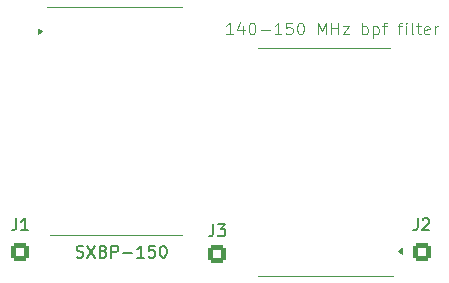
<source format=gto>
G04 #@! TF.GenerationSoftware,KiCad,Pcbnew,8.0.3*
G04 #@! TF.CreationDate,2024-07-29T12:18:52+02:00*
G04 #@! TF.ProjectId,double_145MHz_BPF,646f7562-6c65-45f3-9134-354d487a5f42,rev?*
G04 #@! TF.SameCoordinates,Original*
G04 #@! TF.FileFunction,Legend,Top*
G04 #@! TF.FilePolarity,Positive*
%FSLAX46Y46*%
G04 Gerber Fmt 4.6, Leading zero omitted, Abs format (unit mm)*
G04 Created by KiCad (PCBNEW 8.0.3) date 2024-07-29 12:18:52*
%MOMM*%
%LPD*%
G01*
G04 APERTURE LIST*
G04 Aperture macros list*
%AMRoundRect*
0 Rectangle with rounded corners*
0 $1 Rounding radius*
0 $2 $3 $4 $5 $6 $7 $8 $9 X,Y pos of 4 corners*
0 Add a 4 corners polygon primitive as box body*
4,1,4,$2,$3,$4,$5,$6,$7,$8,$9,$2,$3,0*
0 Add four circle primitives for the rounded corners*
1,1,$1+$1,$2,$3*
1,1,$1+$1,$4,$5*
1,1,$1+$1,$6,$7*
1,1,$1+$1,$8,$9*
0 Add four rect primitives between the rounded corners*
20,1,$1+$1,$2,$3,$4,$5,0*
20,1,$1+$1,$4,$5,$6,$7,0*
20,1,$1+$1,$6,$7,$8,$9,0*
20,1,$1+$1,$8,$9,$2,$3,0*%
G04 Aperture macros list end*
%ADD10C,0.150000*%
%ADD11C,0.100000*%
%ADD12C,0.120000*%
%ADD13R,1.397000X1.524000*%
%ADD14RoundRect,0.250000X0.550000X-0.550000X0.550000X0.550000X-0.550000X0.550000X-0.550000X-0.550000X0*%
%ADD15C,1.600000*%
%ADD16RoundRect,0.250000X-0.550000X-0.550000X0.550000X-0.550000X0.550000X0.550000X-0.550000X0.550000X0*%
%ADD17C,0.900000*%
G04 APERTURE END LIST*
D10*
X92789160Y-67222200D02*
X92932017Y-67269819D01*
X92932017Y-67269819D02*
X93170112Y-67269819D01*
X93170112Y-67269819D02*
X93265350Y-67222200D01*
X93265350Y-67222200D02*
X93312969Y-67174580D01*
X93312969Y-67174580D02*
X93360588Y-67079342D01*
X93360588Y-67079342D02*
X93360588Y-66984104D01*
X93360588Y-66984104D02*
X93312969Y-66888866D01*
X93312969Y-66888866D02*
X93265350Y-66841247D01*
X93265350Y-66841247D02*
X93170112Y-66793628D01*
X93170112Y-66793628D02*
X92979636Y-66746009D01*
X92979636Y-66746009D02*
X92884398Y-66698390D01*
X92884398Y-66698390D02*
X92836779Y-66650771D01*
X92836779Y-66650771D02*
X92789160Y-66555533D01*
X92789160Y-66555533D02*
X92789160Y-66460295D01*
X92789160Y-66460295D02*
X92836779Y-66365057D01*
X92836779Y-66365057D02*
X92884398Y-66317438D01*
X92884398Y-66317438D02*
X92979636Y-66269819D01*
X92979636Y-66269819D02*
X93217731Y-66269819D01*
X93217731Y-66269819D02*
X93360588Y-66317438D01*
X93693922Y-66269819D02*
X94360588Y-67269819D01*
X94360588Y-66269819D02*
X93693922Y-67269819D01*
X95074874Y-66746009D02*
X95217731Y-66793628D01*
X95217731Y-66793628D02*
X95265350Y-66841247D01*
X95265350Y-66841247D02*
X95312969Y-66936485D01*
X95312969Y-66936485D02*
X95312969Y-67079342D01*
X95312969Y-67079342D02*
X95265350Y-67174580D01*
X95265350Y-67174580D02*
X95217731Y-67222200D01*
X95217731Y-67222200D02*
X95122493Y-67269819D01*
X95122493Y-67269819D02*
X94741541Y-67269819D01*
X94741541Y-67269819D02*
X94741541Y-66269819D01*
X94741541Y-66269819D02*
X95074874Y-66269819D01*
X95074874Y-66269819D02*
X95170112Y-66317438D01*
X95170112Y-66317438D02*
X95217731Y-66365057D01*
X95217731Y-66365057D02*
X95265350Y-66460295D01*
X95265350Y-66460295D02*
X95265350Y-66555533D01*
X95265350Y-66555533D02*
X95217731Y-66650771D01*
X95217731Y-66650771D02*
X95170112Y-66698390D01*
X95170112Y-66698390D02*
X95074874Y-66746009D01*
X95074874Y-66746009D02*
X94741541Y-66746009D01*
X95741541Y-67269819D02*
X95741541Y-66269819D01*
X95741541Y-66269819D02*
X96122493Y-66269819D01*
X96122493Y-66269819D02*
X96217731Y-66317438D01*
X96217731Y-66317438D02*
X96265350Y-66365057D01*
X96265350Y-66365057D02*
X96312969Y-66460295D01*
X96312969Y-66460295D02*
X96312969Y-66603152D01*
X96312969Y-66603152D02*
X96265350Y-66698390D01*
X96265350Y-66698390D02*
X96217731Y-66746009D01*
X96217731Y-66746009D02*
X96122493Y-66793628D01*
X96122493Y-66793628D02*
X95741541Y-66793628D01*
X96741541Y-66888866D02*
X97503446Y-66888866D01*
X98503445Y-67269819D02*
X97932017Y-67269819D01*
X98217731Y-67269819D02*
X98217731Y-66269819D01*
X98217731Y-66269819D02*
X98122493Y-66412676D01*
X98122493Y-66412676D02*
X98027255Y-66507914D01*
X98027255Y-66507914D02*
X97932017Y-66555533D01*
X99408207Y-66269819D02*
X98932017Y-66269819D01*
X98932017Y-66269819D02*
X98884398Y-66746009D01*
X98884398Y-66746009D02*
X98932017Y-66698390D01*
X98932017Y-66698390D02*
X99027255Y-66650771D01*
X99027255Y-66650771D02*
X99265350Y-66650771D01*
X99265350Y-66650771D02*
X99360588Y-66698390D01*
X99360588Y-66698390D02*
X99408207Y-66746009D01*
X99408207Y-66746009D02*
X99455826Y-66841247D01*
X99455826Y-66841247D02*
X99455826Y-67079342D01*
X99455826Y-67079342D02*
X99408207Y-67174580D01*
X99408207Y-67174580D02*
X99360588Y-67222200D01*
X99360588Y-67222200D02*
X99265350Y-67269819D01*
X99265350Y-67269819D02*
X99027255Y-67269819D01*
X99027255Y-67269819D02*
X98932017Y-67222200D01*
X98932017Y-67222200D02*
X98884398Y-67174580D01*
X100074874Y-66269819D02*
X100170112Y-66269819D01*
X100170112Y-66269819D02*
X100265350Y-66317438D01*
X100265350Y-66317438D02*
X100312969Y-66365057D01*
X100312969Y-66365057D02*
X100360588Y-66460295D01*
X100360588Y-66460295D02*
X100408207Y-66650771D01*
X100408207Y-66650771D02*
X100408207Y-66888866D01*
X100408207Y-66888866D02*
X100360588Y-67079342D01*
X100360588Y-67079342D02*
X100312969Y-67174580D01*
X100312969Y-67174580D02*
X100265350Y-67222200D01*
X100265350Y-67222200D02*
X100170112Y-67269819D01*
X100170112Y-67269819D02*
X100074874Y-67269819D01*
X100074874Y-67269819D02*
X99979636Y-67222200D01*
X99979636Y-67222200D02*
X99932017Y-67174580D01*
X99932017Y-67174580D02*
X99884398Y-67079342D01*
X99884398Y-67079342D02*
X99836779Y-66888866D01*
X99836779Y-66888866D02*
X99836779Y-66650771D01*
X99836779Y-66650771D02*
X99884398Y-66460295D01*
X99884398Y-66460295D02*
X99932017Y-66365057D01*
X99932017Y-66365057D02*
X99979636Y-66317438D01*
X99979636Y-66317438D02*
X100074874Y-66269819D01*
D11*
X106027693Y-48372419D02*
X105456265Y-48372419D01*
X105741979Y-48372419D02*
X105741979Y-47372419D01*
X105741979Y-47372419D02*
X105646741Y-47515276D01*
X105646741Y-47515276D02*
X105551503Y-47610514D01*
X105551503Y-47610514D02*
X105456265Y-47658133D01*
X106884836Y-47705752D02*
X106884836Y-48372419D01*
X106646741Y-47324800D02*
X106408646Y-48039085D01*
X106408646Y-48039085D02*
X107027693Y-48039085D01*
X107599122Y-47372419D02*
X107694360Y-47372419D01*
X107694360Y-47372419D02*
X107789598Y-47420038D01*
X107789598Y-47420038D02*
X107837217Y-47467657D01*
X107837217Y-47467657D02*
X107884836Y-47562895D01*
X107884836Y-47562895D02*
X107932455Y-47753371D01*
X107932455Y-47753371D02*
X107932455Y-47991466D01*
X107932455Y-47991466D02*
X107884836Y-48181942D01*
X107884836Y-48181942D02*
X107837217Y-48277180D01*
X107837217Y-48277180D02*
X107789598Y-48324800D01*
X107789598Y-48324800D02*
X107694360Y-48372419D01*
X107694360Y-48372419D02*
X107599122Y-48372419D01*
X107599122Y-48372419D02*
X107503884Y-48324800D01*
X107503884Y-48324800D02*
X107456265Y-48277180D01*
X107456265Y-48277180D02*
X107408646Y-48181942D01*
X107408646Y-48181942D02*
X107361027Y-47991466D01*
X107361027Y-47991466D02*
X107361027Y-47753371D01*
X107361027Y-47753371D02*
X107408646Y-47562895D01*
X107408646Y-47562895D02*
X107456265Y-47467657D01*
X107456265Y-47467657D02*
X107503884Y-47420038D01*
X107503884Y-47420038D02*
X107599122Y-47372419D01*
X108361027Y-47991466D02*
X109122932Y-47991466D01*
X110122931Y-48372419D02*
X109551503Y-48372419D01*
X109837217Y-48372419D02*
X109837217Y-47372419D01*
X109837217Y-47372419D02*
X109741979Y-47515276D01*
X109741979Y-47515276D02*
X109646741Y-47610514D01*
X109646741Y-47610514D02*
X109551503Y-47658133D01*
X111027693Y-47372419D02*
X110551503Y-47372419D01*
X110551503Y-47372419D02*
X110503884Y-47848609D01*
X110503884Y-47848609D02*
X110551503Y-47800990D01*
X110551503Y-47800990D02*
X110646741Y-47753371D01*
X110646741Y-47753371D02*
X110884836Y-47753371D01*
X110884836Y-47753371D02*
X110980074Y-47800990D01*
X110980074Y-47800990D02*
X111027693Y-47848609D01*
X111027693Y-47848609D02*
X111075312Y-47943847D01*
X111075312Y-47943847D02*
X111075312Y-48181942D01*
X111075312Y-48181942D02*
X111027693Y-48277180D01*
X111027693Y-48277180D02*
X110980074Y-48324800D01*
X110980074Y-48324800D02*
X110884836Y-48372419D01*
X110884836Y-48372419D02*
X110646741Y-48372419D01*
X110646741Y-48372419D02*
X110551503Y-48324800D01*
X110551503Y-48324800D02*
X110503884Y-48277180D01*
X111694360Y-47372419D02*
X111789598Y-47372419D01*
X111789598Y-47372419D02*
X111884836Y-47420038D01*
X111884836Y-47420038D02*
X111932455Y-47467657D01*
X111932455Y-47467657D02*
X111980074Y-47562895D01*
X111980074Y-47562895D02*
X112027693Y-47753371D01*
X112027693Y-47753371D02*
X112027693Y-47991466D01*
X112027693Y-47991466D02*
X111980074Y-48181942D01*
X111980074Y-48181942D02*
X111932455Y-48277180D01*
X111932455Y-48277180D02*
X111884836Y-48324800D01*
X111884836Y-48324800D02*
X111789598Y-48372419D01*
X111789598Y-48372419D02*
X111694360Y-48372419D01*
X111694360Y-48372419D02*
X111599122Y-48324800D01*
X111599122Y-48324800D02*
X111551503Y-48277180D01*
X111551503Y-48277180D02*
X111503884Y-48181942D01*
X111503884Y-48181942D02*
X111456265Y-47991466D01*
X111456265Y-47991466D02*
X111456265Y-47753371D01*
X111456265Y-47753371D02*
X111503884Y-47562895D01*
X111503884Y-47562895D02*
X111551503Y-47467657D01*
X111551503Y-47467657D02*
X111599122Y-47420038D01*
X111599122Y-47420038D02*
X111694360Y-47372419D01*
X113218170Y-48372419D02*
X113218170Y-47372419D01*
X113218170Y-47372419D02*
X113551503Y-48086704D01*
X113551503Y-48086704D02*
X113884836Y-47372419D01*
X113884836Y-47372419D02*
X113884836Y-48372419D01*
X114361027Y-48372419D02*
X114361027Y-47372419D01*
X114361027Y-47848609D02*
X114932455Y-47848609D01*
X114932455Y-48372419D02*
X114932455Y-47372419D01*
X115313408Y-47705752D02*
X115837217Y-47705752D01*
X115837217Y-47705752D02*
X115313408Y-48372419D01*
X115313408Y-48372419D02*
X115837217Y-48372419D01*
X116980075Y-48372419D02*
X116980075Y-47372419D01*
X116980075Y-47753371D02*
X117075313Y-47705752D01*
X117075313Y-47705752D02*
X117265789Y-47705752D01*
X117265789Y-47705752D02*
X117361027Y-47753371D01*
X117361027Y-47753371D02*
X117408646Y-47800990D01*
X117408646Y-47800990D02*
X117456265Y-47896228D01*
X117456265Y-47896228D02*
X117456265Y-48181942D01*
X117456265Y-48181942D02*
X117408646Y-48277180D01*
X117408646Y-48277180D02*
X117361027Y-48324800D01*
X117361027Y-48324800D02*
X117265789Y-48372419D01*
X117265789Y-48372419D02*
X117075313Y-48372419D01*
X117075313Y-48372419D02*
X116980075Y-48324800D01*
X117884837Y-47705752D02*
X117884837Y-48705752D01*
X117884837Y-47753371D02*
X117980075Y-47705752D01*
X117980075Y-47705752D02*
X118170551Y-47705752D01*
X118170551Y-47705752D02*
X118265789Y-47753371D01*
X118265789Y-47753371D02*
X118313408Y-47800990D01*
X118313408Y-47800990D02*
X118361027Y-47896228D01*
X118361027Y-47896228D02*
X118361027Y-48181942D01*
X118361027Y-48181942D02*
X118313408Y-48277180D01*
X118313408Y-48277180D02*
X118265789Y-48324800D01*
X118265789Y-48324800D02*
X118170551Y-48372419D01*
X118170551Y-48372419D02*
X117980075Y-48372419D01*
X117980075Y-48372419D02*
X117884837Y-48324800D01*
X118646742Y-47705752D02*
X119027694Y-47705752D01*
X118789599Y-48372419D02*
X118789599Y-47515276D01*
X118789599Y-47515276D02*
X118837218Y-47420038D01*
X118837218Y-47420038D02*
X118932456Y-47372419D01*
X118932456Y-47372419D02*
X119027694Y-47372419D01*
X119980076Y-47705752D02*
X120361028Y-47705752D01*
X120122933Y-48372419D02*
X120122933Y-47515276D01*
X120122933Y-47515276D02*
X120170552Y-47420038D01*
X120170552Y-47420038D02*
X120265790Y-47372419D01*
X120265790Y-47372419D02*
X120361028Y-47372419D01*
X120694362Y-48372419D02*
X120694362Y-47705752D01*
X120694362Y-47372419D02*
X120646743Y-47420038D01*
X120646743Y-47420038D02*
X120694362Y-47467657D01*
X120694362Y-47467657D02*
X120741981Y-47420038D01*
X120741981Y-47420038D02*
X120694362Y-47372419D01*
X120694362Y-47372419D02*
X120694362Y-47467657D01*
X121313409Y-48372419D02*
X121218171Y-48324800D01*
X121218171Y-48324800D02*
X121170552Y-48229561D01*
X121170552Y-48229561D02*
X121170552Y-47372419D01*
X121551505Y-47705752D02*
X121932457Y-47705752D01*
X121694362Y-47372419D02*
X121694362Y-48229561D01*
X121694362Y-48229561D02*
X121741981Y-48324800D01*
X121741981Y-48324800D02*
X121837219Y-48372419D01*
X121837219Y-48372419D02*
X121932457Y-48372419D01*
X122646743Y-48324800D02*
X122551505Y-48372419D01*
X122551505Y-48372419D02*
X122361029Y-48372419D01*
X122361029Y-48372419D02*
X122265791Y-48324800D01*
X122265791Y-48324800D02*
X122218172Y-48229561D01*
X122218172Y-48229561D02*
X122218172Y-47848609D01*
X122218172Y-47848609D02*
X122265791Y-47753371D01*
X122265791Y-47753371D02*
X122361029Y-47705752D01*
X122361029Y-47705752D02*
X122551505Y-47705752D01*
X122551505Y-47705752D02*
X122646743Y-47753371D01*
X122646743Y-47753371D02*
X122694362Y-47848609D01*
X122694362Y-47848609D02*
X122694362Y-47943847D01*
X122694362Y-47943847D02*
X122218172Y-48039085D01*
X123122934Y-48372419D02*
X123122934Y-47705752D01*
X123122934Y-47896228D02*
X123170553Y-47800990D01*
X123170553Y-47800990D02*
X123218172Y-47753371D01*
X123218172Y-47753371D02*
X123313410Y-47705752D01*
X123313410Y-47705752D02*
X123408648Y-47705752D01*
D10*
X121666666Y-63954819D02*
X121666666Y-64669104D01*
X121666666Y-64669104D02*
X121619047Y-64811961D01*
X121619047Y-64811961D02*
X121523809Y-64907200D01*
X121523809Y-64907200D02*
X121380952Y-64954819D01*
X121380952Y-64954819D02*
X121285714Y-64954819D01*
X122095238Y-64050057D02*
X122142857Y-64002438D01*
X122142857Y-64002438D02*
X122238095Y-63954819D01*
X122238095Y-63954819D02*
X122476190Y-63954819D01*
X122476190Y-63954819D02*
X122571428Y-64002438D01*
X122571428Y-64002438D02*
X122619047Y-64050057D01*
X122619047Y-64050057D02*
X122666666Y-64145295D01*
X122666666Y-64145295D02*
X122666666Y-64240533D01*
X122666666Y-64240533D02*
X122619047Y-64383390D01*
X122619047Y-64383390D02*
X122047619Y-64954819D01*
X122047619Y-64954819D02*
X122666666Y-64954819D01*
X104366666Y-64454819D02*
X104366666Y-65169104D01*
X104366666Y-65169104D02*
X104319047Y-65311961D01*
X104319047Y-65311961D02*
X104223809Y-65407200D01*
X104223809Y-65407200D02*
X104080952Y-65454819D01*
X104080952Y-65454819D02*
X103985714Y-65454819D01*
X104747619Y-64454819D02*
X105366666Y-64454819D01*
X105366666Y-64454819D02*
X105033333Y-64835771D01*
X105033333Y-64835771D02*
X105176190Y-64835771D01*
X105176190Y-64835771D02*
X105271428Y-64883390D01*
X105271428Y-64883390D02*
X105319047Y-64931009D01*
X105319047Y-64931009D02*
X105366666Y-65026247D01*
X105366666Y-65026247D02*
X105366666Y-65264342D01*
X105366666Y-65264342D02*
X105319047Y-65359580D01*
X105319047Y-65359580D02*
X105271428Y-65407200D01*
X105271428Y-65407200D02*
X105176190Y-65454819D01*
X105176190Y-65454819D02*
X104890476Y-65454819D01*
X104890476Y-65454819D02*
X104795238Y-65407200D01*
X104795238Y-65407200D02*
X104747619Y-65359580D01*
X87666666Y-63954819D02*
X87666666Y-64669104D01*
X87666666Y-64669104D02*
X87619047Y-64811961D01*
X87619047Y-64811961D02*
X87523809Y-64907200D01*
X87523809Y-64907200D02*
X87380952Y-64954819D01*
X87380952Y-64954819D02*
X87285714Y-64954819D01*
X88666666Y-64954819D02*
X88095238Y-64954819D01*
X88380952Y-64954819D02*
X88380952Y-63954819D01*
X88380952Y-63954819D02*
X88285714Y-64097676D01*
X88285714Y-64097676D02*
X88190476Y-64192914D01*
X88190476Y-64192914D02*
X88095238Y-64240533D01*
D12*
X108141500Y-49488000D02*
X119317500Y-49488000D01*
X108141500Y-68792000D02*
X119571500Y-68792000D01*
X120375500Y-66950000D02*
X120039500Y-66710000D01*
X120375500Y-66470000D01*
X120375500Y-66950000D01*
G36*
X120375500Y-66950000D02*
G01*
X120039500Y-66710000D01*
X120375500Y-66470000D01*
X120375500Y-66950000D01*
G37*
X101738000Y-46046000D02*
X90308000Y-46046000D01*
X101738000Y-65350000D02*
X90562000Y-65350000D01*
X89840000Y-48128000D02*
X89504000Y-48368000D01*
X89504000Y-47888000D01*
X89840000Y-48128000D01*
G36*
X89840000Y-48128000D02*
G01*
X89504000Y-48368000D01*
X89504000Y-47888000D01*
X89840000Y-48128000D01*
G37*
%LPC*%
D13*
X119000000Y-66760000D03*
X108459000Y-66760000D03*
X119000000Y-61680000D03*
X108459000Y-61680000D03*
X119000000Y-56600000D03*
X108459000Y-56600000D03*
X119000000Y-51520000D03*
X108459000Y-51520000D03*
X90879500Y-48078000D03*
X101420500Y-48078000D03*
X90879500Y-53158000D03*
X101420500Y-53158000D03*
X90879500Y-58238000D03*
X101420500Y-58238000D03*
X90879500Y-63318000D03*
X101420500Y-63318000D03*
D14*
X122000000Y-66800000D03*
D15*
X122000000Y-59800000D03*
D16*
X104700000Y-67000000D03*
D14*
X88000000Y-66800000D03*
D17*
X86000000Y-60000000D03*
%LPD*%
M02*

</source>
